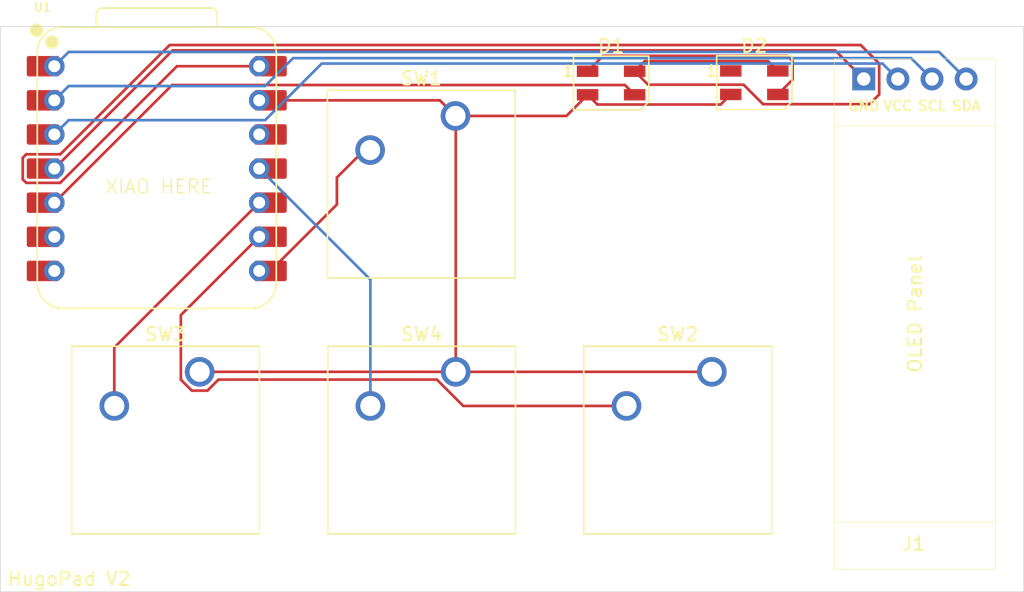
<source format=kicad_pcb>
(kicad_pcb (version 20241229) (generator "pcbnew") (generator_version "9.0")
  (layers (0 "F.Cu" signal) (2 "B.Cu" signal) (13 "F.Paste" user) (15 "B.Paste" user) (5 "F.SilkS" user "F.Silkscreen") (7 "B.SilkS" user "B.Silkscreen") (1 "F.Mask" user) (3 "B.Mask" user) (25 "Edge.Cuts" user))
  (net 0 "")
  (net 1 "Net-(D1-DIN)")
  (net 2 "+5V")
  (net 3 "GND")
  (net 4 "Net-(D1-DOUT)")
  (net 6 "Net-(U1-GPIO1{slash}RX)")
  (net 7 "Net-(U1-GPIO2{slash}SCK)")
  (net 8 "Net-(U1-GPIO4{slash}MISO)")
  (net 9 "Net-(U1-GPIO3{slash}MOSI)")
  (net 11 "Net-(J1-Pin_4)")
  (net 12 "Net-(J1-Pin_2)")
  (net 15 "Net-(J1-Pin_3)")
  (net 16 "Net-(J1-Pin_1)")
  (footprint "OPL:XIAO-RP2040-DIP" (layer "F.Cu") (at 94.6 96.4685)
    (property "Reference" "U1" (at -8.5 -12 0) (layer "F.SilkS") (effects (font (size 0.635 0.635) (thickness 0.1016))))
    (property "Value" "XIAO-RP2040-DIP")
    (fp_line (start -8.89 8.509) (end -8.89 -8.636) (stroke (width 0.127)) (layer "F.SilkS"))
    (fp_line (start -6.985 10.414) (end 6.985 10.414) (stroke (width 0.127)) (layer "F.SilkS"))
    (fp_line (start -4.495 -10.541) (end -4.491272 -11.451272) (stroke (width 0.127)) (layer "F.SilkS"))
    (fp_line (start -3.991272 -11.951) (end 4.004 -11.951) (stroke (width 0.127)) (layer "F.SilkS"))
    (fp_line (start 4.504 -11.451) (end 4.504 -10.541) (stroke (width 0.127)) (layer "F.SilkS"))
    (fp_line (start 6.985 -10.541) (end -6.985 -10.541) (stroke (width 0.1)) (layer "F.SilkS"))
    (fp_line (start 6.985 -10.541) (end -6.985 -10.541) (stroke (width 0.127)) (layer "F.SilkS"))
    (fp_line (start 8.89 8.509) (end 8.89 -8.636) (stroke (width 0.127)) (layer "F.SilkS"))
    (fp_arc (start -8.89 -8.636) (mid -8.332038 -9.983038) (end -6.985 -10.541) (stroke (width 0.127)) (layer "F.SilkS"))
    (fp_arc (start -6.985 10.414) (mid -8.332038 9.856038) (end -8.89 8.509) (stroke (width 0.127)) (layer "F.SilkS"))
    (fp_arc (start -4.491272 -11.451272) (mid -4.344728 -11.80464) (end -3.991272 -11.951) (stroke (width 0.127)) (layer "F.SilkS"))
    (fp_arc (start 4.004 -11.951) (mid 4.357553 -11.804553) (end 4.504 -11.451) (stroke (width 0.127)) (layer "F.SilkS"))
    (fp_arc (start 6.985 -10.541) (mid 8.332038 -9.983038) (end 8.89 -8.636) (stroke (width 0.127)) (layer "F.SilkS"))
    (fp_arc (start 8.89 8.509) (mid 8.332038 9.856038) (end 6.985 10.414) (stroke (width 0.127)) (layer "F.SilkS"))
    (fp_circle (center -8.95 -10.3) (end -8.95 -10.554) (stroke (width 0.5)) (fill yes) (layer "F.SilkS"))
    (fp_circle (center -7.807 -9.42) (end -7.807 -9.674) (stroke (width 0.5)) (fill yes) (layer "F.SilkS"))
    (pad "1" smd roundrect (at -8.455 -7.62 180) (size 2.432 1.524) (layers "F.Cu" "F.Mask") (roundrect_rratio 0.1) (net 11 "Net-(J1-Pin_4)"))
    (pad "1" thru_hole circle (at -7.62 -7.62 180) (size 1.524 1.524) (drill 0.889) (layers "*.Cu" "*.Mask") (net 11 "Net-(J1-Pin_4)"))
    (pad "2" smd roundrect (at -8.455 -5.08 180) (size 2.432 1.524) (layers "F.Cu" "F.Mask") (roundrect_rratio 0.1) (net 15 "Net-(J1-Pin_3)"))
    (pad "2" thru_hole circle (at -7.62 -5.08 180) (size 1.524 1.524) (drill 0.889) (layers "*.Cu" "*.Mask") (net 15 "Net-(J1-Pin_3)"))
    (pad "3" smd roundrect (at -8.455 -2.54 180) (size 2.432 1.524) (layers "F.Cu" "F.Mask") (roundrect_rratio 0.1) (net 12 "Net-(J1-Pin_2)"))
    (pad "3" thru_hole circle (at -7.62 -2.54 180) (size 1.524 1.524) (drill 0.889) (layers "*.Cu" "*.Mask") (net 12 "Net-(J1-Pin_2)"))
    (pad "4" smd roundrect (at -8.455 0 180) (size 2.432 1.524) (layers "F.Cu" "F.Mask") (roundrect_rratio 0.1) (net 16 "Net-(J1-Pin_1)"))
    (pad "4" thru_hole circle (at -7.62 0 180) (size 1.524 1.524) (drill 0.889) (layers "*.Cu" "*.Mask") (net 16 "Net-(J1-Pin_1)"))
    (pad "5" smd roundrect (at -8.455 2.54 180) (size 2.432 1.524) (layers "F.Cu" "F.Mask") (roundrect_rratio 0.1) (net 1 "Net-(D1-DIN)"))
    (pad "5" thru_hole circle (at -7.62 2.54 180) (size 1.524 1.524) (drill 0.889) (layers "*.Cu" "*.Mask") (net 1 "Net-(D1-DIN)"))
    (pad "6" smd roundrect (at -8.455 5.08 180) (size 2.432 1.524) (layers "F.Cu" "F.Mask") (roundrect_rratio 0.1))
    (pad "6" thru_hole circle (at -7.62 5.08 180) (size 1.524 1.524) (drill 0.889) (layers "*.Cu" "*.Mask"))
    (pad "7" smd roundrect (at -8.455 7.62 180) (size 2.432 1.524) (layers "F.Cu" "F.Mask") (roundrect_rratio 0.1))
    (pad "7" thru_hole circle (at -7.62 7.62 180) (size 1.524 1.524) (drill 0.889) (layers "*.Cu" "*.Mask"))
    (pad "8" thru_hole circle (at 7.62 7.62) (size 1.524 1.524) (drill 0.889) (layers "*.Cu" "*.Mask") (net 6 "Net-(U1-GPIO1{slash}RX)"))
    (pad "8" smd roundrect (at 8.455 7.62) (size 2.432 1.524) (layers "F.Cu" "F.Mask") (roundrect_rratio 0.1) (net 6 "Net-(U1-GPIO1{slash}RX)"))
    (pad "9" thru_hole circle (at 7.62 5.08) (size 1.524 1.524) (drill 0.889) (layers "*.Cu" "*.Mask") (net 7 "Net-(U1-GPIO2{slash}SCK)"))
    (pad "9" smd roundrect (at 8.455 5.08) (size 2.432 1.524) (layers "F.Cu" "F.Mask") (roundrect_rratio 0.1) (net 7 "Net-(U1-GPIO2{slash}SCK)"))
    (pad "10" thru_hole circle (at 7.62 2.54) (size 1.524 1.524) (drill 0.889) (layers "*.Cu" "*.Mask") (net 8 "Net-(U1-GPIO4{slash}MISO)"))
    (pad "10" smd roundrect (at 8.455 2.54) (size 2.432 1.524) (layers "F.Cu" "F.Mask") (roundrect_rratio 0.1) (net 8 "Net-(U1-GPIO4{slash}MISO)"))
    (pad "11" thru_hole circle (at 7.62 0) (size 1.524 1.524) (drill 0.889) (layers "*.Cu" "*.Mask") (net 9 "Net-(U1-GPIO3{slash}MOSI)"))
    (pad "11" smd roundrect (at 8.455 0) (size 2.432 1.524) (layers "F.Cu" "F.Mask") (roundrect_rratio 0.1) (net 9 "Net-(U1-GPIO3{slash}MOSI)"))
    (pad "12" thru_hole circle (at 7.62 -2.54) (size 1.524 1.524) (drill 0.889) (layers "*.Cu" "*.Mask"))
    (pad "12" smd roundrect (at 8.455 -2.54) (size 2.432 1.524) (layers "F.Cu" "F.Mask") (roundrect_rratio 0.1))
    (pad "13" thru_hole circle (at 7.62 -5.08) (size 1.524 1.524) (drill 0.889) (layers "*.Cu" "*.Mask") (net 3 "GND"))
    (pad "13" smd roundrect (at 8.455 -5.08) (size 2.432 1.524) (layers "F.Cu" "F.Mask") (roundrect_rratio 0.1) (net 3 "GND"))
    (pad "14" thru_hole circle (at 7.62 -7.62) (size 1.524 1.524) (drill 0.889) (layers "*.Cu" "*.Mask") (net 2 "+5V"))
    (pad "14" smd roundrect (at 8.455 -7.62) (size 2.432 1.524) (layers "F.Cu" "F.Mask") (roundrect_rratio 0.1) (net 2 "+5V"))
  )
  (footprint "LED_SMD:LED_SK6812MINI_PLCC4_3.5x3.5mm_P1.75mm" (layer "F.Cu") (at 128.4 90.1)
    (property "Reference" "D1" (at 0 -2.75 0) (layer "F.SilkS"))
    (property "Value" "SK6812MINI")
    (fp_line (start -2.8 -2) (end -2.8 2) (stroke (width 0.12)) (layer "F.SilkS"))
    (fp_line (start -2.8 -2) (end 2.8 -2) (stroke (width 0.12)) (layer "F.SilkS"))
    (fp_line (start -2.8 2) (end 2.2 2) (stroke (width 0.12)) (layer "F.SilkS"))
    (fp_line (start 2.8 1.4) (end 2.2 2) (stroke (width 0.12)) (layer "F.SilkS"))
    (fp_line (start 2.8 1.4) (end 2.8 -2) (stroke (width 0.12)) (layer "F.SilkS"))
    (fp_text user "1" (at -3.2 -0.875 0) (layer "F.SilkS") (effects (font (size 0.8 0.8))))
    (pad "1" smd rect (at -1.75 -0.875) (size 1.6 0.85) (layers "F.Cu" "F.Mask" "F.Paste") (net 4 "Net-(D1-DOUT)"))
    (pad "2" smd rect (at -1.75 0.875) (size 1.6 0.85) (layers "F.Cu" "F.Mask" "F.Paste") (net 3 "GND"))
    (pad "3" smd rect (at 1.75 0.875) (size 1.6 0.85) (layers "F.Cu" "F.Mask" "F.Paste") (net 1 "Net-(D1-DIN)"))
    (pad "4" smd rect (at 1.75 -0.875) (size 1.6 0.85) (layers "F.Cu" "F.Mask" "F.Paste") (net 2 "+5V"))
  )
  (footprint "Button_Switch_Keyboard:SW_Cherry_MX_1.00u_PCB" (layer "F.Cu") (at 135.89 111.60125)
    (property "Reference" "SW2" (at -2.54 -2.794 0) (layer "F.SilkS"))
    (property "Value" "SW_Push")
    (fp_line (start -9.525 -1.905) (end 4.445 -1.905) (stroke (width 0.12)) (layer "F.SilkS"))
    (fp_line (start -9.525 12.065) (end -9.525 -1.905) (stroke (width 0.12)) (layer "F.SilkS"))
    (fp_line (start 4.445 -1.905) (end 4.445 12.065) (stroke (width 0.12)) (layer "F.SilkS"))
    (fp_line (start 4.445 12.065) (end -9.525 12.065) (stroke (width 0.12)) (layer "F.SilkS"))
    (pad "" np_thru_hole circle (at -7.62 5.08) (size 1.7 1.7) (drill 1.7) (layers "*.Cu" "*.Mask"))
    (pad "" np_thru_hole circle (at -2.54 5.08) (size 4 4) (drill 4) (layers "*.Cu" "*.Mask"))
    (pad "" np_thru_hole circle (at 2.54 5.08) (size 1.7 1.7) (drill 1.7) (layers "*.Cu" "*.Mask"))
    (pad "1" thru_hole circle (at 0 0) (size 2.2 2.2) (drill 1.5) (layers "*.Cu" "*.Mask") (net 3 "GND"))
    (pad "2" thru_hole circle (at -6.35 2.54) (size 2.2 2.2) (drill 1.5) (layers "*.Cu" "*.Mask") (net 7 "Net-(U1-GPIO2{slash}SCK)"))
  )
  (footprint "Button_Switch_Keyboard:SW_Cherry_MX_1.00u_PCB" (layer "F.Cu") (at 97.79 111.60125)
    (property "Reference" "SW3" (at -2.54 -2.794 0) (layer "F.SilkS"))
    (property "Value" "SW_Push")
    (fp_line (start -9.525 -1.905) (end 4.445 -1.905) (stroke (width 0.12)) (layer "F.SilkS"))
    (fp_line (start -9.525 12.065) (end -9.525 -1.905) (stroke (width 0.12)) (layer "F.SilkS"))
    (fp_line (start 4.445 -1.905) (end 4.445 12.065) (stroke (width 0.12)) (layer "F.SilkS"))
    (fp_line (start 4.445 12.065) (end -9.525 12.065) (stroke (width 0.12)) (layer "F.SilkS"))
    (pad "" np_thru_hole circle (at -7.62 5.08) (size 1.7 1.7) (drill 1.7) (layers "*.Cu" "*.Mask"))
    (pad "" np_thru_hole circle (at -2.54 5.08) (size 4 4) (drill 4) (layers "*.Cu" "*.Mask"))
    (pad "" np_thru_hole circle (at 2.54 5.08) (size 1.7 1.7) (drill 1.7) (layers "*.Cu" "*.Mask"))
    (pad "1" thru_hole circle (at 0 0) (size 2.2 2.2) (drill 1.5) (layers "*.Cu" "*.Mask") (net 3 "GND"))
    (pad "2" thru_hole circle (at -6.35 2.54) (size 2.2 2.2) (drill 1.5) (layers "*.Cu" "*.Mask") (net 8 "Net-(U1-GPIO4{slash}MISO)"))
  )
  (footprint "OLED:SSD1306-0.91-OLED-4pin-128x32" (layer "F.Cu") (at 145 126.3 90)
    (property "Reference" "J1" (at 1.9 5.91 0) (layer "F.SilkS"))
    (property "Value" "Conn_01x04")
    (fp_line (start 38 0) (end 0 0) (stroke (width 0.04)) (layer "F.SilkS"))
    (fp_line (start 33 0) (end 33 12) (stroke (width 0.04)) (layer "F.SilkS"))
    (fp_line (start 3.5 0) (end 3.5 12) (stroke (width 0.04)) (layer "F.SilkS"))
    (fp_line (start 0 0) (end 0 12) (stroke (width 0.04)) (layer "F.SilkS"))
    (fp_line (start 38 12) (end 38 0) (stroke (width 0.04)) (layer "F.SilkS"))
    (fp_line (start 0 12) (end 38 12) (stroke (width 0.04)) (layer "F.SilkS"))
    (fp_text user "VCC" (at 34.5 4.73 0) (layer "F.SilkS") (effects (font (size 0.75 0.75))))
    (fp_text user "GND" (at 34.5 2.19 0) (layer "F.SilkS") (effects (font (size 0.75 0.75))))
    (fp_text user "OLED Panel" (at 19 6 90) (layer "F.SilkS"))
    (fp_text user "SDA" (at 34.5 9.81 0) (layer "F.SilkS") (effects (font (size 0.75 0.75))))
    (fp_text user "SCL" (at 34.5 7.27 0) (layer "F.SilkS") (effects (font (size 0.75 0.75))))
    (pad "1" thru_hole rect (at 36.5 2.19 90) (size 1.7 1.7) (drill 1) (layers "*.Cu" "*.Mask") (net 16 "Net-(J1-Pin_1)"))
    (pad "2" thru_hole oval (at 36.5 4.73 90) (size 1.7 1.7) (drill 1) (layers "*.Cu" "*.Mask") (net 12 "Net-(J1-Pin_2)"))
    (pad "3" thru_hole oval (at 36.5 7.27 90) (size 1.7 1.7) (drill 1) (layers "*.Cu" "*.Mask") (net 15 "Net-(J1-Pin_3)"))
    (pad "4" thru_hole oval (at 36.5 9.81 90) (size 1.7 1.7) (drill 1) (layers "*.Cu" "*.Mask") (net 11 "Net-(J1-Pin_4)"))
  )
  (footprint "Button_Switch_Keyboard:SW_Cherry_MX_1.00u_PCB" (layer "F.Cu") (at 116.84 111.60125)
    (property "Reference" "SW4" (at -2.54 -2.794 0) (layer "F.SilkS"))
    (property "Value" "SW_Push")
    (fp_line (start -9.525 -1.905) (end 4.445 -1.905) (stroke (width 0.12)) (layer "F.SilkS"))
    (fp_line (start -9.525 12.065) (end -9.525 -1.905) (stroke (width 0.12)) (layer "F.SilkS"))
    (fp_line (start 4.445 -1.905) (end 4.445 12.065) (stroke (width 0.12)) (layer "F.SilkS"))
    (fp_line (start 4.445 12.065) (end -9.525 12.065) (stroke (width 0.12)) (layer "F.SilkS"))
    (pad "" np_thru_hole circle (at -7.62 5.08) (size 1.7 1.7) (drill 1.7) (layers "*.Cu" "*.Mask"))
    (pad "" np_thru_hole circle (at -2.54 5.08) (size 4 4) (drill 4) (layers "*.Cu" "*.Mask"))
    (pad "" np_thru_hole circle (at 2.54 5.08) (size 1.7 1.7) (drill 1.7) (layers "*.Cu" "*.Mask"))
    (pad "1" thru_hole circle (at 0 0) (size 2.2 2.2) (drill 1.5) (layers "*.Cu" "*.Mask") (net 3 "GND"))
    (pad "2" thru_hole circle (at -6.35 2.54) (size 2.2 2.2) (drill 1.5) (layers "*.Cu" "*.Mask") (net 9 "Net-(U1-GPIO3{slash}MOSI)"))
  )
  (footprint "Button_Switch_Keyboard:SW_Cherry_MX_1.00u_PCB" (layer "F.Cu") (at 116.82 92.55125)
    (property "Reference" "SW1" (at -2.54 -2.794 0) (layer "F.SilkS"))
    (property "Value" "SW_Push")
    (fp_line (start -9.525 -1.905) (end 4.445 -1.905) (stroke (width 0.12)) (layer "F.SilkS"))
    (fp_line (start -9.525 12.065) (end -9.525 -1.905) (stroke (width 0.12)) (layer "F.SilkS"))
    (fp_line (start 4.445 -1.905) (end 4.445 12.065) (stroke (width 0.12)) (layer "F.SilkS"))
    (fp_line (start 4.445 12.065) (end -9.525 12.065) (stroke (width 0.12)) (layer "F.SilkS"))
    (pad "" np_thru_hole circle (at -7.62 5.08) (size 1.7 1.7) (drill 1.7) (layers "*.Cu" "*.Mask"))
    (pad "" np_thru_hole circle (at -2.54 5.08) (size 4 4) (drill 4) (layers "*.Cu" "*.Mask"))
    (pad "" np_thru_hole circle (at 2.54 5.08) (size 1.7 1.7) (drill 1.7) (layers "*.Cu" "*.Mask"))
    (pad "1" thru_hole circle (at 0 0) (size 2.2 2.2) (drill 1.5) (layers "*.Cu" "*.Mask") (net 3 "GND"))
    (pad "2" thru_hole circle (at -6.35 2.54) (size 2.2 2.2) (drill 1.5) (layers "*.Cu" "*.Mask") (net 6 "Net-(U1-GPIO1{slash}RX)"))
  )
  (footprint "LED_SMD:LED_SK6812MINI_PLCC4_3.5x3.5mm_P1.75mm" (layer "F.Cu") (at 139.05 90.075)
    (property "Reference" "D2" (at 0 -2.75 0) (layer "F.SilkS"))
    (property "Value" "SK6812MINI")
    (fp_line (start -2.8 -2) (end -2.8 2) (stroke (width 0.12)) (layer "F.SilkS"))
    (fp_line (start -2.8 -2) (end 2.8 -2) (stroke (width 0.12)) (layer "F.SilkS"))
    (fp_line (start -2.8 2) (end 2.2 2) (stroke (width 0.12)) (layer "F.SilkS"))
    (fp_line (start 2.8 1.4) (end 2.2 2) (stroke (width 0.12)) (layer "F.SilkS"))
    (fp_line (start 2.8 1.4) (end 2.8 -2) (stroke (width 0.12)) (layer "F.SilkS"))
    (fp_text user "1" (at -3.2 -0.875 0) (layer "F.SilkS") (effects (font (size 0.8 0.8))))
    (pad "1" smd rect (at -1.75 -0.875) (size 1.6 0.85) (layers "F.Cu" "F.Mask" "F.Paste"))
    (pad "2" smd rect (at -1.75 0.875) (size 1.6 0.85) (layers "F.Cu" "F.Mask" "F.Paste") (net 3 "GND"))
    (pad "3" smd rect (at 1.75 0.875) (size 1.6 0.85) (layers "F.Cu" "F.Mask" "F.Paste") (net 4 "Net-(D1-DOUT)"))
    (pad "4" smd rect (at 1.75 -0.875) (size 1.6 0.85) (layers "F.Cu" "F.Mask" "F.Paste") (net 2 "+5V"))
  )
  (gr_rect (start 82.9625 85.89375) (end 159.0875 127.96875) (stroke (width 0.05)) (fill no) (layer "Edge.Cuts"))
  (gr_text "XIAO HERE" (at 90.7 98.4 0) (layer "F.SilkS") (effects (font (size 1 1) (thickness 0.1)) (justify left bottom)))
  (gr_text "HugoPad V2" (at 83.4 127.6 0) (layer "F.SilkS") (effects (font (size 1 1)) (justify left bottom)))
  (segment (start 130.15 90.975) (end 129.424 90.249) (width 0.2) (layer "F.Cu") (net 1))
  (segment (start 95.7395 90.249) (end 86.98 99.0085) (width 0.2) (layer "F.Cu") (net 1))
  (segment (start 129.424 90.249) (end 95.7395 90.249) (width 0.2) (layer "F.Cu") (net 1))
  (segment (start 140.8 89.2) (end 140.074 88.474) (width 0.2) (layer "F.Cu") (net 2))
  (segment (start 87.42031 97.5315) (end 96.10331 88.8485) (width 0.2) (layer "F.Cu") (net 2))
  (segment (start 87.42031 95.4055) (end 84.889374 95.4055) (width 0.2) (layer "F.Cu") (net 2))
  (segment (start 146.963 87.271) (end 95.55481 87.271) (width 0.2) (layer "F.Cu") (net 2))
  (segment (start 138.247 90.224) (end 139.699 91.676) (width 0.2) (layer "F.Cu") (net 2))
  (segment (start 95.55481 87.271) (end 87.42031 95.4055) (width 0.2) (layer "F.Cu") (net 2))
  (segment (start 84.628 95.666874) (end 84.628 97.270126) (width 0.2) (layer "F.Cu") (net 2))
  (segment (start 148.341 90.951) (end 148.341 88.649) (width 0.2) (layer "F.Cu") (net 2))
  (segment (start 147.616 91.676) (end 148.341 90.951) (width 0.2) (layer "F.Cu") (net 2))
  (segment (start 84.889374 95.4055) (end 84.628 95.666874) (width 0.2) (layer "F.Cu") (net 2))
  (segment (start 148.341 88.649) (end 146.963 87.271) (width 0.2) (layer "F.Cu") (net 2))
  (segment (start 131.149 90.224) (end 138.247 90.224) (width 0.2) (layer "F.Cu") (net 2))
  (segment (start 130.901 88.474) (end 130.15 89.225) (width 0.2) (layer "F.Cu") (net 2))
  (segment (start 84.889374 97.5315) (end 87.42031 97.5315) (width 0.2) (layer "F.Cu") (net 2))
  (segment (start 130.15 89.225) (end 131.149 90.224) (width 0.2) (layer "F.Cu") (net 2))
  (segment (start 96.10331 88.8485) (end 102.22 88.8485) (width 0.2) (layer "F.Cu") (net 2))
  (segment (start 139.699 91.676) (end 147.616 91.676) (width 0.2) (layer "F.Cu") (net 2))
  (segment (start 84.628 97.270126) (end 84.889374 97.5315) (width 0.2) (layer "F.Cu") (net 2))
  (segment (start 140.074 88.474) (end 130.901 88.474) (width 0.2) (layer "F.Cu") (net 2))
  (segment (start 102.22 91.3885) (end 115.65725 91.3885) (width 0.2) (layer "F.Cu") (net 3))
  (segment (start 127.376 91.701) (end 126.65 90.975) (width 0.2) (layer "F.Cu") (net 3))
  (segment (start 116.84 92.57125) (end 116.82 92.55125) (width 0.2) (layer "F.Cu") (net 3))
  (segment (start 116.84 111.60125) (end 135.89 111.60125) (width 0.2) (layer "F.Cu") (net 3))
  (segment (start 137.3 90.95) (end 136.549 91.701) (width 0.2) (layer "F.Cu") (net 3))
  (segment (start 97.80125 111.60125) (end 97.9 111.7) (width 0.2) (layer "F.Cu") (net 3))
  (segment (start 97.9 111.7) (end 97.99875 111.60125) (width 0.2) (layer "F.Cu") (net 3))
  (segment (start 97.79 111.60125) (end 116.84 111.60125) (width 0.2) (layer "F.Cu") (net 3))
  (segment (start 116.82 92.55125) (end 125.07375 92.55125) (width 0.2) (layer "F.Cu") (net 3))
  (segment (start 115.65725 91.3885) (end 116.82 92.55125) (width 0.2) (layer "F.Cu") (net 3))
  (segment (start 97.79 111.60125) (end 97.80125 111.60125) (width 0.2) (layer "F.Cu") (net 3))
  (segment (start 116.84 111.60125) (end 116.84 92.57125) (width 0.2) (layer "F.Cu") (net 3))
  (segment (start 125.07375 92.55125) (end 126.65 90.975) (width 0.2) (layer "F.Cu") (net 3))
  (segment (start 136.549 91.701) (end 127.376 91.701) (width 0.2) (layer "F.Cu") (net 3))
  (segment (start 141.901 88.474) (end 141.5 88.073) (width 0.2) (layer "F.Cu") (net 4))
  (segment (start 127.802 88.073) (end 126.65 89.225) (width 0.2) (layer "F.Cu") (net 4))
  (segment (start 141.5 88.073) (end 127.802 88.073) (width 0.2) (layer "F.Cu") (net 4))
  (segment (start 140.8 90.95) (end 141.901 89.849) (width 0.2) (layer "F.Cu") (net 4))
  (segment (start 141.901 89.849) (end 141.901 88.474) (width 0.2) (layer "F.Cu") (net 4))
  (segment (start 107.999 97.13378) (end 107.999 99.1445) (width 0.2) (layer "F.Cu") (net 6))
  (segment (start 110.47 95.09125) (end 110.04153 95.09125) (width 0.2) (layer "F.Cu") (net 6))
  (segment (start 107.999 99.1445) (end 103.055 104.0885) (width 0.2) (layer "F.Cu") (net 6))
  (segment (start 110.04153 95.09125) (end 107.999 97.13378) (width 0.2) (layer "F.Cu") (net 6))
  (segment (start 98.370314 113.00225) (end 97.209686 113.00225) (width 0.2) (layer "F.Cu") (net 7))
  (segment (start 96.389 112.181564) (end 96.389 107.3795) (width 0.2) (layer "F.Cu") (net 7))
  (segment (start 117.398686 114.14125) (end 115.439 112.181564) (width 0.2) (layer "F.Cu") (net 7))
  (segment (start 97.209686 113.00225) (end 96.389 112.181564) (width 0.2) (layer "F.Cu") (net 7))
  (segment (start 96.389 107.3795) (end 102.22 101.5485) (width 0.2) (layer "F.Cu") (net 7))
  (segment (start 129.54 114.14125) (end 117.398686 114.14125) (width 0.2) (layer "F.Cu") (net 7))
  (segment (start 99.191 112.181564) (end 98.370314 113.00225) (width 0.2) (layer "F.Cu") (net 7))
  (segment (start 115.439 112.181564) (end 99.191 112.181564) (width 0.2) (layer "F.Cu") (net 7))
  (segment (start 102.22 99.0085) (end 91.44 109.7885) (width 0.2) (layer "F.Cu") (net 8))
  (segment (start 91.44 109.7885) (end 91.44 114.14125) (width 0.2) (layer "F.Cu") (net 8))
  (segment (start 110.49 104.7385) (end 110.49 114.14125) (width 0.2) (layer "B.Cu") (net 9))
  (segment (start 102.22 96.4685) (end 110.49 104.7385) (width 0.2) (layer "B.Cu") (net 9))
  (segment (start 88.043 87.7855) (end 86.98 88.8485) (width 0.2) (layer "B.Cu") (net 11))
  (segment (start 154.81 89.8) (end 152.7955 87.7855) (width 0.2) (layer "B.Cu") (net 11))
  (segment (start 152.7955 87.7855) (end 88.043 87.7855) (width 0.2) (layer "B.Cu") (net 11))
  (segment (start 106.87681 88.649) (end 102.66031 92.8655) (width 0.2) (layer "B.Cu") (net 12))
  (segment (start 149.73 89.8) (end 148.579 88.649) (width 0.2) (layer "B.Cu") (net 12))
  (segment (start 148.579 88.649) (end 106.87681 88.649) (width 0.2) (layer "B.Cu") (net 12))
  (segment (start 102.66031 92.8655) (end 88.043 92.8655) (width 0.2) (layer "B.Cu") (net 12))
  (segment (start 88.043 92.8655) (end 86.98 93.9285) (width 0.2) (layer "B.Cu") (net 12))
  (segment (start 150.718 88.248) (end 104.73781 88.248) (width 0.2) (layer "B.Cu") (net 15))
  (segment (start 102.66031 90.3255) (end 88.043 90.3255) (width 0.2) (layer "B.Cu") (net 15))
  (segment (start 152.27 89.8) (end 150.718 88.248) (width 0.2) (layer "B.Cu") (net 15))
  (segment (start 88.043 90.3255) (end 86.98 91.3885) (width 0.2) (layer "B.Cu") (net 15))
  (segment (start 104.73781 88.248) (end 102.66031 90.3255) (width 0.2) (layer "B.Cu") (net 15))
  (segment (start 147.19 89.8) (end 145.062 87.672) (width 0.2) (layer "F.Cu") (net 16))
  (segment (start 145.062 87.672) (end 95.7765 87.672) (width 0.2) (layer "F.Cu") (net 16))
  (segment (start 95.7765 87.672) (end 86.98 96.4685) (width 0.2) (layer "F.Cu") (net 16))
)
</source>
